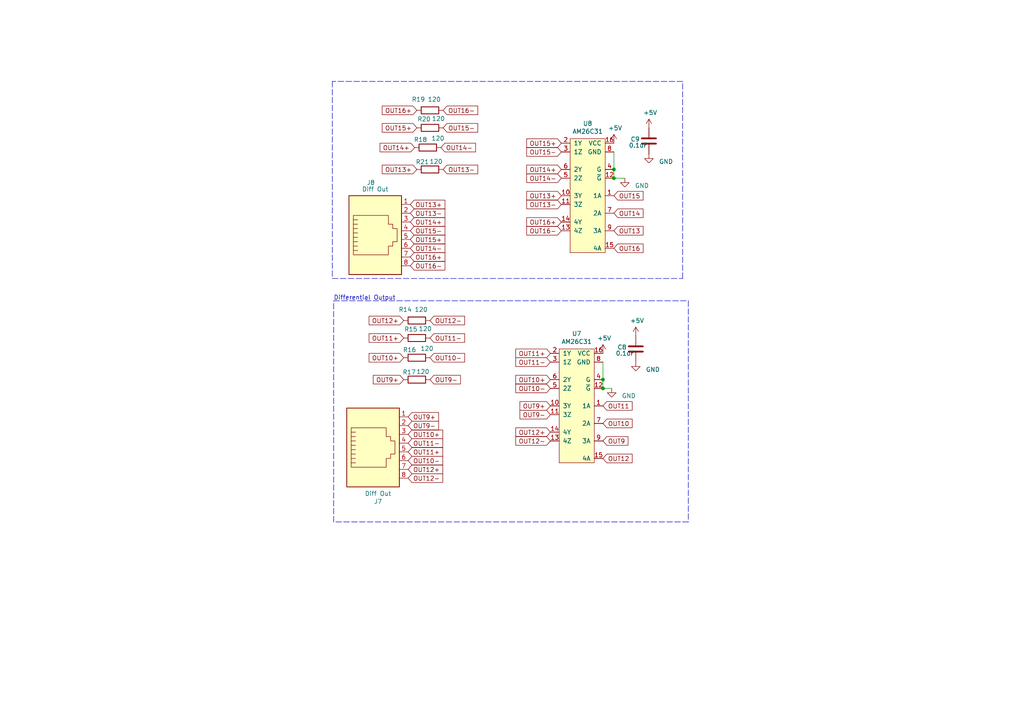
<source format=kicad_sch>
(kicad_sch (version 20211123) (generator eeschema)
  (paper "A4")
  (title_block (title "Pi_Zero_24_Diff") (date "2022-08-20") (rev "v1") (company "Scott Hanson"))
  (lib_symbols
    (symbol "AM26C31:AM26C31" (pin_names (offset 1.016))
      (property "Reference" "IC" (at -5.08 17.78 0))
      (property "Value" "AM26C31_AM26C31" (at -5.08 -17.78 0))
      (symbol "AM26C31_0_0"
        (pin input line (at -7.62 0 0) (length 2.54) (name "1A") (number "1"))
        (pin output line (at 7.62 0 180) (length 2.54) (name "3Y") (number "10"))
        (pin output line (at 7.62 -2.54 180) (length 2.54) (name "3Z") (number "11"))
        (pin input line (at -7.62 5.08 0) (length 2.54) (name "~{G}") (number "12"))
        (pin output line (at 7.62 -10.16 180) (length 2.54) (name "4Z") (number "13"))
        (pin output line (at 7.62 -7.62 180) (length 2.54) (name "4Y") (number "14"))
        (pin input line (at -7.62 -15.24 0) (length 2.54) (name "4A") (number "15"))
        (pin power_in line (at -7.62 15.24 0) (length 2.54) (name "VCC") (number "16"))
        (pin output line (at 7.62 15.24 180) (length 2.54) (name "1Y") (number "2"))
        (pin output line (at 7.62 12.7 180) (length 2.54) (name "1Z") (number "3"))
        (pin input line (at -7.62 7.62 0) (length 2.54) (name "G") (number "4"))
        (pin output line (at 7.62 5.08 180) (length 2.54) (name "2Z") (number "5"))
        (pin output line (at 7.62 7.62 180) (length 2.54) (name "2Y") (number "6"))
        (pin input line (at -7.62 -5.08 0) (length 2.54) (name "2A") (number "7"))
        (pin power_in line (at -7.62 12.7 0) (length 2.54) (name "GND") (number "8"))
        (pin input line (at -7.62 -10.16 0) (length 2.54) (name "3A") (number "9"))
      )
      (symbol "AM26C31_0_1"
        (rectangle (start -5.08 16.51) (end 5.08 -16.51) (fill (type background)))
      )
    )
    (symbol "Connector:RJ45" (pin_names (offset 1.016))
      (property "Reference" "J" (at -5.08 13.97 0))
      (property "Value" "RJ45" (at 2.54 13.97 0))
      (symbol "RJ45_0_1"
        (polyline (pts (xy -5.08 4.445) (xy -6.35 4.445)))
        (polyline (pts (xy -5.08 5.715) (xy -6.35 5.715)))
        (polyline (pts (xy -6.35 -3.175) (xy -5.08 -3.175) (xy -5.08 -3.175)))
        (polyline (pts (xy -6.35 -1.905) (xy -5.08 -1.905) (xy -5.08 -1.905)))
        (polyline (pts (xy -6.35 -0.635) (xy -5.08 -0.635) (xy -5.08 -0.635)))
        (polyline (pts (xy -6.35 0.635) (xy -5.08 0.635) (xy -5.08 0.635)))
        (polyline (pts (xy -6.35 1.905) (xy -5.08 1.905) (xy -5.08 1.905)))
        (polyline (pts (xy -5.08 3.175) (xy -6.35 3.175) (xy -6.35 3.175)))
        (polyline (pts (xy -6.35 -4.445) (xy -6.35 6.985) (xy 3.81 6.985) (xy 3.81 4.445) (xy 5.08 4.445) (xy 5.08 3.175) (xy 6.35 3.175) (xy 6.35 -0.635) (xy 5.08 -0.635) (xy 5.08 -1.905) (xy 3.81 -1.905) (xy 3.81 -4.445) (xy -6.35 -4.445) (xy -6.35 -4.445)))
        (rectangle (start 7.62 12.7) (end -7.62 -10.16) (stroke (width 0.254)) (fill (type background)))
      )
      (symbol "RJ45_1_1"
        (pin passive line (at 10.16 -7.62 180) (length 2.54) (name "~") (number "1"))
        (pin passive line (at 10.16 -5.08 180) (length 2.54) (name "~") (number "2"))
        (pin passive line (at 10.16 -2.54 180) (length 2.54) (name "~") (number "3"))
        (pin passive line (at 10.16 0 180) (length 2.54) (name "~") (number "4"))
        (pin passive line (at 10.16 2.54 180) (length 2.54) (name "~") (number "5"))
        (pin passive line (at 10.16 5.08 180) (length 2.54) (name "~") (number "6"))
        (pin passive line (at 10.16 7.62 180) (length 2.54) (name "~") (number "7"))
        (pin passive line (at 10.16 10.16 180) (length 2.54) (name "~") (number "8"))
      )
    )
    (symbol "Device:C" (pin_numbers hide) (pin_names (offset 0.254))
      (property "Reference" "C" (at 0.635 2.54 0))
      (property "Value" "C" (at 0.635 -2.54 0))
      (symbol "C_0_1"
        (polyline (pts (xy -2.032 -0.762) (xy 2.032 -0.762)) (stroke (width 0.508)))
        (polyline (pts (xy -2.032 0.762) (xy 2.032 0.762)) (stroke (width 0.508)))
      )
      (symbol "C_1_1"
        (pin passive line (at 0 3.81 270) (length 2.794) (name "~") (number "1"))
        (pin passive line (at 0 -3.81 90) (length 2.794) (name "~") (number "2"))
      )
    )
    (symbol "Device:R" (pin_numbers hide) (pin_names (offset 0))
      (property "Reference" "R" (at 2.032 0 90))
      (property "Value" "R" (at 0 0 90))
      (symbol "R_0_1"
        (rectangle (start -1.016 -2.54) (end 1.016 2.54) (stroke (width 0.254)))
      )
      (symbol "R_1_1"
        (pin passive line (at 0 3.81 270) (length 1.27) (name "~") (number "1"))
        (pin passive line (at 0 -3.81 90) (length 1.27) (name "~") (number "2"))
      )
    )
    (symbol "power:+5V" (power) (pin_names (offset 0))
      (property "Value" "+5V" (at 0 3.556 0))
      (symbol "+5V_0_1"
        (polyline (pts (xy -0.762 1.27) (xy 0 2.54)))
        (polyline (pts (xy 0 0) (xy 0 2.54)))
        (polyline (pts (xy 0 2.54) (xy 0.762 1.27)))
      )
      (symbol "+5V_1_1"
        (pin power_in line (at 0 0 90) (length 0) hide (name "+5V") (number "1"))
      )
    )
    (symbol "power:GND" (power) (pin_names (offset 0))
      (property "Value" "GND" (at 0 -3.81 0))
      (symbol "GND_0_1"
        (polyline (pts (xy 0 0) (xy 0 -1.27) (xy 1.27 -1.27) (xy 0 -2.54) (xy -1.27 -1.27) (xy 0 -1.27)))
      )
      (symbol "GND_1_1"
        (pin power_in line (at 0 0 270) (length 0) hide (name "GND") (number "1"))
      )
    )
  )
  (junction (at 178.054 51.689))
  (junction (at 178.054 49.149))
  (junction (at 174.879 112.649))
  (junction (at 174.879 110.109))
  (polyline (pts (xy 96.393 80.772) (xy 197.993 80.772)))
  (wire (pts (xy 178.054 49.149) (xy 178.054 51.689)))
  (polyline (pts (xy 199.644 151.384) (xy 96.774 151.384)))
  (polyline (pts (xy 96.774 87.249) (xy 199.644 87.249)))
  (polyline (pts (xy 197.993 23.622) (xy 96.393 23.622)))
  (polyline (pts (xy 199.644 87.249) (xy 199.644 151.384)))
  (polyline (pts (xy 96.774 151.384) (xy 96.774 87.249)))
  (wire (pts (xy 178.054 44.069) (xy 178.054 49.149)))
  (wire (pts (xy 174.879 105.029) (xy 174.879 110.109)))
  (polyline (pts (xy 197.993 80.772) (xy 197.993 23.622)))
  (wire (pts (xy 174.879 110.109) (xy 174.879 112.649)))
  (wire (pts (xy 178.054 51.689) (xy 181.229 51.689)))
  (wire (pts (xy 174.879 112.649) (xy 177.419 112.649)))
  (polyline (pts (xy 96.393 23.622) (xy 96.393 80.772)))
  (text "Differential Output" (at 96.774 87.249 0) (effects (font (size 1.27 1.27)) (justify left bottom)))
  (global_label "OUT15+" (shape input) (at 162.814 41.529 180) (property "Intersheet References" "${INTERSHEET_REFS}" (effects hide)))
  (global_label "OUT15-" (shape input) (at 128.524 37.084 0) (property "Intersheet References" "${INTERSHEET_REFS}" (effects hide)))
  (global_label "OUT14+" (shape input) (at 120.269 42.799 180) (property "Intersheet References" "${INTERSHEET_REFS}" (effects hide)))
  (global_label "OUT15+" (shape input) (at 118.999 69.469 0) (property "Intersheet References" "${INTERSHEET_REFS}" (effects hide)))
  (global_label "OUT12" (shape input) (at 174.879 132.969 0) (property "Intersheet References" "${INTERSHEET_REFS}" (effects hide)))
  (global_label "OUT10" (shape input) (at 174.879 122.809 0) (property "Intersheet References" "${INTERSHEET_REFS}" (effects hide)))
  (global_label "OUT13-" (shape input) (at 128.524 49.149 0) (property "Intersheet References" "${INTERSHEET_REFS}" (effects hide)))
  (global_label "OUT9+" (shape input) (at 117.094 110.109 180) (property "Intersheet References" "${INTERSHEET_REFS}" (effects hide)))
  (global_label "OUT16+" (shape input) (at 162.814 64.389 180) (property "Intersheet References" "${INTERSHEET_REFS}" (effects hide)))
  (global_label "OUT13+" (shape input) (at 120.904 49.149 180) (property "Intersheet References" "${INTERSHEET_REFS}" (effects hide)))
  (global_label "OUT15" (shape input) (at 178.054 56.769 0) (property "Intersheet References" "${INTERSHEET_REFS}" (effects hide)))
  (global_label "OUT12-" (shape input) (at 118.364 138.684 0) (property "Intersheet References" "${INTERSHEET_REFS}" (effects hide)))
  (global_label "OUT9-" (shape input) (at 118.364 123.444 0) (property "Intersheet References" "${INTERSHEET_REFS}" (effects hide)))
  (global_label "OUT11-" (shape input) (at 159.639 105.029 180) (property "Intersheet References" "${INTERSHEET_REFS}" (effects hide)))
  (global_label "OUT11+" (shape input) (at 159.639 102.489 180) (property "Intersheet References" "${INTERSHEET_REFS}" (effects hide)))
  (global_label "OUT13-" (shape input) (at 162.814 59.309 180) (property "Intersheet References" "${INTERSHEET_REFS}" (effects hide)))
  (global_label "OUT10-" (shape input) (at 159.639 112.649 180) (property "Intersheet References" "${INTERSHEET_REFS}" (effects hide)))
  (global_label "OUT15+" (shape input) (at 120.904 37.084 180) (property "Intersheet References" "${INTERSHEET_REFS}" (effects hide)))
  (global_label "OUT12+" (shape input) (at 117.094 92.964 180) (property "Intersheet References" "${INTERSHEET_REFS}" (effects hide)))
  (global_label "OUT14" (shape input) (at 178.054 61.849 0) (property "Intersheet References" "${INTERSHEET_REFS}" (effects hide)))
  (global_label "OUT13-" (shape input) (at 118.999 61.849 0) (property "Intersheet References" "${INTERSHEET_REFS}" (effects hide)))
  (global_label "OUT16-" (shape input) (at 162.814 66.929 180) (property "Intersheet References" "${INTERSHEET_REFS}" (effects hide)))
  (global_label "OUT15-" (shape input) (at 162.814 44.069 180) (property "Intersheet References" "${INTERSHEET_REFS}" (effects hide)))
  (global_label "OUT16+" (shape input) (at 118.999 74.549 0) (property "Intersheet References" "${INTERSHEET_REFS}" (effects hide)))
  (global_label "OUT11+" (shape input) (at 117.094 98.044 180) (property "Intersheet References" "${INTERSHEET_REFS}" (effects hide)))
  (global_label "OUT10-" (shape input) (at 124.714 103.759 0) (property "Intersheet References" "${INTERSHEET_REFS}" (effects hide)))
  (global_label "OUT16+" (shape input) (at 120.904 32.004 180) (property "Intersheet References" "${INTERSHEET_REFS}" (effects hide)))
  (global_label "OUT14+" (shape input) (at 162.814 49.149 180) (property "Intersheet References" "${INTERSHEET_REFS}" (effects hide)))
  (global_label "OUT10+" (shape input) (at 159.639 110.109 180) (property "Intersheet References" "${INTERSHEET_REFS}" (effects hide)))
  (global_label "OUT11-" (shape input) (at 124.714 98.044 0) (property "Intersheet References" "${INTERSHEET_REFS}" (effects hide)))
  (global_label "OUT13+" (shape input) (at 118.999 59.309 0) (property "Intersheet References" "${INTERSHEET_REFS}" (effects hide)))
  (global_label "OUT16-" (shape input) (at 118.999 77.089 0) (property "Intersheet References" "${INTERSHEET_REFS}" (effects hide)))
  (global_label "OUT12-" (shape input) (at 159.639 127.889 180) (property "Intersheet References" "${INTERSHEET_REFS}" (effects hide)))
  (global_label "OUT14-" (shape input) (at 127.889 42.799 0) (property "Intersheet References" "${INTERSHEET_REFS}" (effects hide)))
  (global_label "OUT9-" (shape input) (at 124.714 110.109 0) (property "Intersheet References" "${INTERSHEET_REFS}" (effects hide)))
  (global_label "OUT9+" (shape input) (at 159.639 117.729 180) (property "Intersheet References" "${INTERSHEET_REFS}" (effects hide)))
  (global_label "OUT11-" (shape input) (at 118.364 128.524 0) (property "Intersheet References" "${INTERSHEET_REFS}" (effects hide)))
  (global_label "OUT14+" (shape input) (at 118.999 64.389 0) (property "Intersheet References" "${INTERSHEET_REFS}" (effects hide)))
  (global_label "OUT9-" (shape input) (at 159.639 120.269 180) (property "Intersheet References" "${INTERSHEET_REFS}" (effects hide)))
  (global_label "OUT9+" (shape input) (at 118.364 120.904 0) (property "Intersheet References" "${INTERSHEET_REFS}" (effects hide)))
  (global_label "OUT15-" (shape input) (at 118.999 66.929 0) (property "Intersheet References" "${INTERSHEET_REFS}" (effects hide)))
  (global_label "OUT10-" (shape input) (at 118.364 133.604 0) (property "Intersheet References" "${INTERSHEET_REFS}" (effects hide)))
  (global_label "OUT16" (shape input) (at 178.054 72.009 0) (property "Intersheet References" "${INTERSHEET_REFS}" (effects hide)))
  (global_label "OUT11" (shape input) (at 174.879 117.729 0) (property "Intersheet References" "${INTERSHEET_REFS}" (effects hide)))
  (global_label "OUT11+" (shape input) (at 118.364 131.064 0) (property "Intersheet References" "${INTERSHEET_REFS}" (effects hide)))
  (global_label "OUT16-" (shape input) (at 128.524 32.004 0) (property "Intersheet References" "${INTERSHEET_REFS}" (effects hide)))
  (global_label "OUT9" (shape input) (at 174.879 127.889 0) (property "Intersheet References" "${INTERSHEET_REFS}" (effects hide)))
  (global_label "OUT12+" (shape input) (at 118.364 136.144 0) (property "Intersheet References" "${INTERSHEET_REFS}" (effects hide)))
  (global_label "OUT12-" (shape input) (at 124.714 92.964 0) (property "Intersheet References" "${INTERSHEET_REFS}" (effects hide)))
  (global_label "OUT12+" (shape input) (at 159.639 125.349 180) (property "Intersheet References" "${INTERSHEET_REFS}" (effects hide)))
  (global_label "OUT13+" (shape input) (at 162.814 56.769 180) (property "Intersheet References" "${INTERSHEET_REFS}" (effects hide)))
  (global_label "OUT10+" (shape input) (at 118.364 125.984 0) (property "Intersheet References" "${INTERSHEET_REFS}" (effects hide)))
  (global_label "OUT14-" (shape input) (at 118.999 72.009 0) (property "Intersheet References" "${INTERSHEET_REFS}" (effects hide)))
  (global_label "OUT10+" (shape input) (at 117.094 103.759 180) (property "Intersheet References" "${INTERSHEET_REFS}" (effects hide)))
  (global_label "OUT13" (shape input) (at 178.054 66.929 0) (property "Intersheet References" "${INTERSHEET_REFS}" (effects hide)))
  (global_label "OUT14-" (shape input) (at 162.814 51.689 180) (property "Intersheet References" "${INTERSHEET_REFS}" (effects hide)))
  (symbol (lib_id "Device:R") (at 124.714 49.149 90) (unit 1)
    (property "Reference" "R21" (at 124.46 46.99 90) (effects (justify left)))
    (property "Value" "120" (at 128.397 46.863 90) (effects (justify left)))
    (property "Digi-Key_PN" "A129677CT-ND" (effects hide))
    (property "MPN" "CRGCQ0603F120R" (effects hide))
    (property "LCSC" "C22787" (effects hide))
  )
  (symbol (lib_id "Device:C") (at 188.214 40.894 0) (unit 1)
    (property "Reference" "C9" (at 182.88 40.386 0) (effects (justify left)))
    (property "Value" "0.1uF" (at 182.372 42.164 0) (effects (justify left)))
    (property "Digi-Key_PN" "1276-1935-2-ND" (effects hide))
    (property "MPN" "CL10B104KB8NNWC" (effects hide))
    (property "LCSC" "C14663" (effects hide))
  )
  (symbol (lib_id "power:GND") (at 184.404 105.029 0) (unit 1)
    (property "Reference" "#PWR045" (effects hide))
    (property "Value" "GND" (at 189.357 107.188 0))
  )
  (symbol (lib_id "power:+5V") (at 174.879 102.489 0) (unit 1)
    (property "Reference" "#PWR040" (effects hide))
    (property "Value" "+5V" (at 175.26 98.0948 0))
  )
  (symbol (lib_id "Device:R") (at 120.904 103.759 270) (unit 1)
    (property "Reference" "R16" (at 116.84 101.473 90) (effects (justify left)))
    (property "Value" "120" (at 121.92 101.092 90) (effects (justify left)))
    (property "Digi-Key_PN" "A129677CT-ND" (effects hide))
    (property "MPN" "CRGCQ0603F120R" (effects hide))
    (property "LCSC" "C22787" (effects hide))
  )
  (symbol (lib_id "power:GND") (at 188.214 44.704 0) (unit 1)
    (property "Reference" "#PWR047" (effects hide))
    (property "Value" "GND" (at 193.167 46.863 0))
  )
  (symbol (lib_id "Device:R") (at 124.714 37.084 270) (unit 1)
    (property "Reference" "R20" (at 121.031 34.544 90) (effects (justify left)))
    (property "Value" "120" (at 125.222 34.417 90) (effects (justify left)))
    (property "Digi-Key_PN" "A129677CT-ND" (effects hide))
    (property "MPN" "CRGCQ0603F120R" (effects hide))
    (property "LCSC" "C22787" (effects hide))
  )
  (symbol (lib_id "AM26C31:AM26C31") (at 170.434 56.769 0) (mirror y) (unit 1)
    (property "Reference" "U8" (at 170.434 35.814 0))
    (property "Value" "AM26C31" (at 170.434 38.1254 0))
    (property "Datasheet" "http://www.ti.com.cn/cn/lit/ds/symlink/am26c31.pdf" (effects hide))
    (property "Farnell" "4975637" (effects hide))
    (property "Digi-Key_PN" "296-24344-1-ND" (effects hide))
    (property "MPN" "AM26C31IDR" (effects hide))
    (property "LCSC" "C157476" (effects hide))
  )
  (symbol (lib_id "power:GND") (at 177.419 112.649 0) (unit 1)
    (property "Reference" "#PWR041" (effects hide))
    (property "Value" "GND" (at 182.372 114.808 0))
  )
  (symbol (lib_id "power:+5V") (at 188.214 37.084 0) (unit 1)
    (property "Reference" "#PWR046" (effects hide))
    (property "Value" "+5V" (at 188.595 32.6898 0))
  )
  (symbol (lib_id "Device:C") (at 184.404 101.219 0) (unit 1)
    (property "Reference" "C8" (at 179.07 100.711 0) (effects (justify left)))
    (property "Value" "0.1uF" (at 178.562 102.489 0) (effects (justify left)))
    (property "Digi-Key_PN" "1276-1935-2-ND" (effects hide))
    (property "MPN" "CL10B104KB8NNWC" (effects hide))
    (property "LCSC" "C14663" (effects hide))
  )
  (symbol (lib_id "Device:R") (at 120.904 110.109 90) (unit 1)
    (property "Reference" "R17" (at 120.65 107.95 90) (effects (justify left)))
    (property "Value" "120" (at 124.587 107.823 90) (effects (justify left)))
    (property "Digi-Key_PN" "A129677CT-ND" (effects hide))
    (property "MPN" "CRGCQ0603F120R" (effects hide))
    (property "LCSC" "C22787" (effects hide))
  )
  (symbol (lib_id "power:+5V") (at 184.404 97.409 0) (unit 1)
    (property "Reference" "#PWR044" (effects hide))
    (property "Value" "+5V" (at 184.785 93.0148 0))
  )
  (symbol (lib_id "power:+5V") (at 178.054 41.529 0) (unit 1)
    (property "Reference" "#PWR042" (effects hide))
    (property "Value" "+5V" (at 178.435 37.1348 0))
  )
  (symbol (lib_id "Device:R") (at 124.714 32.004 90) (unit 1)
    (property "Reference" "R19" (at 123.317 28.829 90) (effects (justify left)))
    (property "Value" "120" (at 127.889 28.829 90) (effects (justify left)))
    (property "Digi-Key_PN" "A129677CT-ND" (effects hide))
    (property "MPN" "CRGCQ0603F120R" (effects hide))
    (property "LCSC" "C22787" (effects hide))
  )
  (symbol (lib_id "power:GND") (at 181.229 51.689 0) (unit 1)
    (property "Reference" "#PWR043" (effects hide))
    (property "Value" "GND" (at 186.182 53.848 0))
  )
  (symbol (lib_id "Connector:RJ45") (at 108.204 128.524 0) (mirror x) (unit 1)
    (property "Reference" "J7" (at 109.6518 145.4658 0))
    (property "Value" "Diff Out" (at 109.6518 143.1544 0))
    (property "Digi-Key_PN" "AE10392-ND" (effects hide))
    (property "MPN" "X05ADIWA1DY1022" (effects hide))
    (property "LCSC" "C2938579" (effects hide))
  )
  (symbol (lib_id "AM26C31:AM26C31") (at 167.259 117.729 0) (mirror y) (unit 1)
    (property "Reference" "U7" (at 167.259 96.774 0))
    (property "Value" "AM26C31" (at 167.259 99.0854 0))
    (property "Datasheet" "http://www.ti.com.cn/cn/lit/ds/symlink/am26c31.pdf" (effects hide))
    (property "Farnell" "4975637" (effects hide))
    (property "Digi-Key_PN" "296-24344-1-ND" (effects hide))
    (property "MPN" "AM26C31IDR" (effects hide))
    (property "LCSC" "C157476" (effects hide))
  )
  (symbol (lib_id "Device:R") (at 120.904 98.044 270) (unit 1)
    (property "Reference" "R15" (at 117.221 95.504 90) (effects (justify left)))
    (property "Value" "120" (at 121.412 95.377 90) (effects (justify left)))
    (property "Digi-Key_PN" "A129677CT-ND" (effects hide))
    (property "MPN" "CRGCQ0603F120R" (effects hide))
    (property "LCSC" "C22787" (effects hide))
  )
  (symbol (lib_id "Device:R") (at 124.079 42.799 270) (unit 1)
    (property "Reference" "R18" (at 120.015 40.513 90) (effects (justify left)))
    (property "Value" "120" (at 125.095 40.132 90) (effects (justify left)))
    (property "Digi-Key_PN" "A129677CT-ND" (effects hide))
    (property "MPN" "CRGCQ0603F120R" (effects hide))
    (property "LCSC" "C22787" (effects hide))
  )
  (symbol (lib_id "Device:R") (at 120.904 92.964 90) (unit 1)
    (property "Reference" "R14" (at 119.507 89.789 90) (effects (justify left)))
    (property "Value" "120" (at 124.079 89.789 90) (effects (justify left)))
    (property "Digi-Key_PN" "A129677CT-ND" (effects hide))
    (property "MPN" "CRGCQ0603F120R" (effects hide))
    (property "LCSC" "C22787" (effects hide))
  )
  (symbol (lib_id "Connector:RJ45") (at 108.839 66.929 0) (mirror x) (unit 1)
    (property "Reference" "J8" (at 107.569 52.959 0))
    (property "Value" "Diff Out" (at 108.839 54.864 0))
    (property "Digi-Key_PN" "AE10392-ND" (effects hide))
    (property "MPN" "X05ADIWA1DY1022" (effects hide))
    (property "LCSC" "C2938579" (effects hide))
  )
)
</source>
